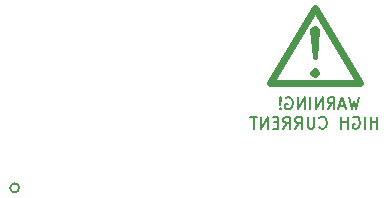
<source format=gbr>
%TF.GenerationSoftware,KiCad,Pcbnew,(5.1.6)-1*%
%TF.CreationDate,2020-09-14T11:12:27-07:00*%
%TF.ProjectId,awg-tx-shunt,6177672d-7478-42d7-9368-756e742e6b69,rev?*%
%TF.SameCoordinates,Original*%
%TF.FileFunction,Legend,Bot*%
%TF.FilePolarity,Positive*%
%FSLAX46Y46*%
G04 Gerber Fmt 4.6, Leading zero omitted, Abs format (unit mm)*
G04 Created by KiCad (PCBNEW (5.1.6)-1) date 2020-09-14 11:12:27*
%MOMM*%
%LPD*%
G01*
G04 APERTURE LIST*
%ADD10C,0.600000*%
%ADD11C,0.150000*%
%ADD12C,0.400000*%
%ADD13C,0.152400*%
%ADD14C,0.900000*%
%ADD15C,6.500000*%
%ADD16C,1.801800*%
%ADD17O,2.600000X1.700000*%
%ADD18O,7.100000X3.600000*%
G04 APERTURE END LIST*
D10*
X104140000Y-106680000D02*
X107950000Y-100330000D01*
X107950000Y-100330000D02*
X111760000Y-106680000D01*
X111760000Y-106680000D02*
X104140000Y-106680000D01*
D11*
X111711904Y-107847380D02*
X111473809Y-108847380D01*
X111283333Y-108133095D01*
X111092857Y-108847380D01*
X110854761Y-107847380D01*
X110521428Y-108561666D02*
X110045238Y-108561666D01*
X110616666Y-108847380D02*
X110283333Y-107847380D01*
X109950000Y-108847380D01*
X109045238Y-108847380D02*
X109378571Y-108371190D01*
X109616666Y-108847380D02*
X109616666Y-107847380D01*
X109235714Y-107847380D01*
X109140476Y-107895000D01*
X109092857Y-107942619D01*
X109045238Y-108037857D01*
X109045238Y-108180714D01*
X109092857Y-108275952D01*
X109140476Y-108323571D01*
X109235714Y-108371190D01*
X109616666Y-108371190D01*
X108616666Y-108847380D02*
X108616666Y-107847380D01*
X108045238Y-108847380D01*
X108045238Y-107847380D01*
X107569047Y-108847380D02*
X107569047Y-107847380D01*
X107092857Y-108847380D02*
X107092857Y-107847380D01*
X106521428Y-108847380D01*
X106521428Y-107847380D01*
X105521428Y-107895000D02*
X105616666Y-107847380D01*
X105759523Y-107847380D01*
X105902380Y-107895000D01*
X105997619Y-107990238D01*
X106045238Y-108085476D01*
X106092857Y-108275952D01*
X106092857Y-108418809D01*
X106045238Y-108609285D01*
X105997619Y-108704523D01*
X105902380Y-108799761D01*
X105759523Y-108847380D01*
X105664285Y-108847380D01*
X105521428Y-108799761D01*
X105473809Y-108752142D01*
X105473809Y-108418809D01*
X105664285Y-108418809D01*
X105045238Y-108752142D02*
X104997619Y-108799761D01*
X105045238Y-108847380D01*
X105092857Y-108799761D01*
X105045238Y-108752142D01*
X105045238Y-108847380D01*
X105045238Y-108466428D02*
X105092857Y-107895000D01*
X105045238Y-107847380D01*
X104997619Y-107895000D01*
X105045238Y-108466428D01*
X105045238Y-107847380D01*
X113259523Y-110497380D02*
X113259523Y-109497380D01*
X113259523Y-109973571D02*
X112688095Y-109973571D01*
X112688095Y-110497380D02*
X112688095Y-109497380D01*
X112211904Y-110497380D02*
X112211904Y-109497380D01*
X111211904Y-109545000D02*
X111307142Y-109497380D01*
X111450000Y-109497380D01*
X111592857Y-109545000D01*
X111688095Y-109640238D01*
X111735714Y-109735476D01*
X111783333Y-109925952D01*
X111783333Y-110068809D01*
X111735714Y-110259285D01*
X111688095Y-110354523D01*
X111592857Y-110449761D01*
X111450000Y-110497380D01*
X111354761Y-110497380D01*
X111211904Y-110449761D01*
X111164285Y-110402142D01*
X111164285Y-110068809D01*
X111354761Y-110068809D01*
X110735714Y-110497380D02*
X110735714Y-109497380D01*
X110735714Y-109973571D02*
X110164285Y-109973571D01*
X110164285Y-110497380D02*
X110164285Y-109497380D01*
X108354761Y-110402142D02*
X108402380Y-110449761D01*
X108545238Y-110497380D01*
X108640476Y-110497380D01*
X108783333Y-110449761D01*
X108878571Y-110354523D01*
X108926190Y-110259285D01*
X108973809Y-110068809D01*
X108973809Y-109925952D01*
X108926190Y-109735476D01*
X108878571Y-109640238D01*
X108783333Y-109545000D01*
X108640476Y-109497380D01*
X108545238Y-109497380D01*
X108402380Y-109545000D01*
X108354761Y-109592619D01*
X107926190Y-109497380D02*
X107926190Y-110306904D01*
X107878571Y-110402142D01*
X107830952Y-110449761D01*
X107735714Y-110497380D01*
X107545238Y-110497380D01*
X107450000Y-110449761D01*
X107402380Y-110402142D01*
X107354761Y-110306904D01*
X107354761Y-109497380D01*
X106307142Y-110497380D02*
X106640476Y-110021190D01*
X106878571Y-110497380D02*
X106878571Y-109497380D01*
X106497619Y-109497380D01*
X106402380Y-109545000D01*
X106354761Y-109592619D01*
X106307142Y-109687857D01*
X106307142Y-109830714D01*
X106354761Y-109925952D01*
X106402380Y-109973571D01*
X106497619Y-110021190D01*
X106878571Y-110021190D01*
X105307142Y-110497380D02*
X105640476Y-110021190D01*
X105878571Y-110497380D02*
X105878571Y-109497380D01*
X105497619Y-109497380D01*
X105402380Y-109545000D01*
X105354761Y-109592619D01*
X105307142Y-109687857D01*
X105307142Y-109830714D01*
X105354761Y-109925952D01*
X105402380Y-109973571D01*
X105497619Y-110021190D01*
X105878571Y-110021190D01*
X104878571Y-109973571D02*
X104545238Y-109973571D01*
X104402380Y-110497380D02*
X104878571Y-110497380D01*
X104878571Y-109497380D01*
X104402380Y-109497380D01*
X103973809Y-110497380D02*
X103973809Y-109497380D01*
X103402380Y-110497380D01*
X103402380Y-109497380D01*
X103069047Y-109497380D02*
X102497619Y-109497380D01*
X102783333Y-110497380D02*
X102783333Y-109497380D01*
D12*
X107950000Y-105568571D02*
X107759523Y-105759047D01*
X107950000Y-105949523D01*
X108140476Y-105759047D01*
X107950000Y-105568571D01*
X107950000Y-105949523D01*
X107950000Y-104425714D02*
X108140476Y-102140000D01*
X107950000Y-101949523D01*
X107759523Y-102140000D01*
X107950000Y-104425714D01*
X107950000Y-101949523D01*
D13*
%TO.C,J1*%
X82931000Y-115519497D02*
G75*
G03*
X82931000Y-115519497I-381000J0D01*
G01*
%TD*%
%LPC*%
D14*
%TO.C,H4*%
X140127056Y-127842944D03*
X138430000Y-127140000D03*
X136732944Y-127842944D03*
X136030000Y-129540000D03*
X136732944Y-131237056D03*
X138430000Y-131940000D03*
X140127056Y-131237056D03*
X140830000Y-129540000D03*
D15*
X138430000Y-129540000D03*
%TD*%
D14*
%TO.C,H3*%
X140127056Y-78312944D03*
X138430000Y-77610000D03*
X136732944Y-78312944D03*
X136030000Y-80010000D03*
X136732944Y-81707056D03*
X138430000Y-82410000D03*
X140127056Y-81707056D03*
X140830000Y-80010000D03*
D15*
X138430000Y-80010000D03*
%TD*%
D14*
%TO.C,H2*%
X81707056Y-127842944D03*
X80010000Y-127140000D03*
X78312944Y-127842944D03*
X77610000Y-129540000D03*
X78312944Y-131237056D03*
X80010000Y-131940000D03*
X81707056Y-131237056D03*
X82410000Y-129540000D03*
D15*
X80010000Y-129540000D03*
%TD*%
D14*
%TO.C,H1*%
X81707056Y-78312944D03*
X80010000Y-77610000D03*
X78312944Y-78312944D03*
X77610000Y-80010000D03*
X78312944Y-81707056D03*
X80010000Y-82410000D03*
X81707056Y-81707056D03*
X82410000Y-80010000D03*
D15*
X80010000Y-80010000D03*
%TD*%
D16*
%TO.C,J1*%
X82550000Y-94259994D03*
X82550000Y-97759995D03*
X82550000Y-101259995D03*
X82550000Y-104759996D03*
X82550000Y-108259997D03*
X82550000Y-111760000D03*
%TD*%
D17*
%TO.C,J2*%
X129540000Y-91440000D03*
X129540000Y-93980000D03*
D18*
X134620000Y-99060000D03*
X134620000Y-88900000D03*
%TD*%
%TO.C,J3*%
X134620000Y-113030000D03*
X134620000Y-123190000D03*
D17*
X129540000Y-118110000D03*
X129540000Y-115570000D03*
%TD*%
M02*

</source>
